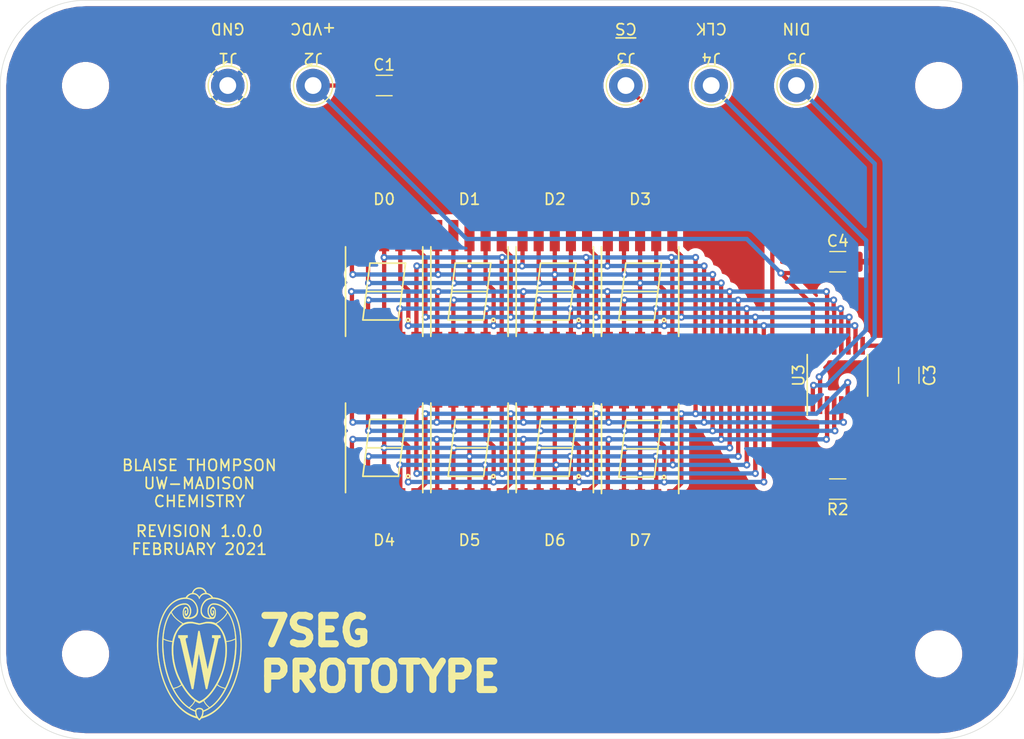
<source format=kicad_pcb>
(kicad_pcb (version 20171130) (host pcbnew 5.1.8+dfsg1-1+b1)
  (title_block (title "7seg Prototype") (date 2021-02-03) (rev 1.0.0) (company "University of Wisconsin-Madison") (comment 1 "Department of Chemistry") (comment 2 "Instrument Shop") (comment 3 "Blaise Thompson") (comment 4 blaise.thompson@wisc.edu))
  (layers (0 F.Cu signal) (31 B.Cu signal) (34 B.Paste user) (35 F.Paste user) (36 B.SilkS user) (37 F.SilkS user) (38 B.Mask user) (39 F.Mask user) (44 Edge.Cuts user))
  (net 0 "")
  (net 1 GND)
  (net 2 +VDC)
  (net 3 "Net-(C3-Pad1)")
  (net 4 "Net-(R2-Pad1)")
  (net 5 "Net-(J3-Pad1)")
  (net 6 /SEG4)
  (net 7 /SEG5)
  (net 8 /SEG6)
  (net 9 /SEG7)
  (net 10 /SEG8)
  (net 11 /SEG0)
  (net 12 /SEG1)
  (net 13 /SEG2)
  (net 14 /SEG3)
  (net 15 "Net-(J4-Pad1)")
  (net 16 "Net-(J5-Pad1)")
  (module Package_SO:QSOP-16_3.9x4.9mm_P0.635mm (layer F.Cu) (at 130.683 89.408 90)
    (fp_text reference U3 (at 0 -3.5 90) (layer F.SilkS))
    (fp_text value MAX6951)
    (pad 16 smd rect (at 2.6543 -2.2225 90) (size 1.6 0.41) (layers F.Cu F.Paste F.Mask) (net 2 +VDC))
    (pad 15 smd rect (at 2.6543 -1.5875 90) (size 1.6 0.41) (layers F.Cu F.Paste F.Mask) (net 5 "Net-(J3-Pad1)"))
    (pad 14 smd rect (at 2.6543 -0.9525 90) (size 1.6 0.41) (layers F.Cu F.Paste F.Mask) (net 6 /SEG4))
    (pad 13 smd rect (at 2.6543 -0.3175 90) (size 1.6 0.41) (layers F.Cu F.Paste F.Mask) (net 7 /SEG5))
    (pad 12 smd rect (at 2.6543 0.3175 90) (size 1.6 0.41) (layers F.Cu F.Paste F.Mask) (net 8 /SEG6))
    (pad 11 smd rect (at 2.6543 0.9525 90) (size 1.6 0.41) (layers F.Cu F.Paste F.Mask) (net 9 /SEG7))
    (pad 10 smd rect (at 2.6543 1.5875 90) (size 1.6 0.41) (layers F.Cu F.Paste F.Mask) (net 10 /SEG8))
    (pad 9 smd rect (at 2.6543 2.2225 90) (size 1.6 0.41) (layers F.Cu F.Paste F.Mask) (net 3 "Net-(C3-Pad1)"))
    (pad 8 smd rect (at -2.6543 2.2225 90) (size 1.6 0.41) (layers F.Cu F.Paste F.Mask) (net 1 GND))
    (pad 7 smd rect (at -2.6543 1.5875 90) (size 1.6 0.41) (layers F.Cu F.Paste F.Mask) (net 4 "Net-(R2-Pad1)"))
    (pad 6 smd rect (at -2.6543 0.9525 90) (size 1.6 0.41) (layers F.Cu F.Paste F.Mask) (net 11 /SEG0))
    (pad 5 smd rect (at -2.6543 0.3175 90) (size 1.6 0.41) (layers F.Cu F.Paste F.Mask) (net 12 /SEG1))
    (pad 4 smd rect (at -2.6543 -0.3175 90) (size 1.6 0.41) (layers F.Cu F.Paste F.Mask) (net 13 /SEG2))
    (pad 3 smd rect (at -2.6543 -0.9525 90) (size 1.6 0.41) (layers F.Cu F.Paste F.Mask) (net 14 /SEG3))
    (pad 2 smd rect (at -2.6543 -1.5875 90) (size 1.6 0.41) (layers F.Cu F.Paste F.Mask) (net 15 "Net-(J4-Pad1)"))
    (pad 1 smd rect (at -2.6543 -2.2225 90) (size 1.6 0.41) (layers F.Cu F.Paste F.Mask) (net 16 "Net-(J5-Pad1)"))
  )
  (module footprints:ACSC02-41SURKWA-F01 (layer F.Cu) (at 105.41 81.915)
    (fp_text reference D2 (at 0 -8.255) (layer F.SilkS))
    (fp_text value ACSC02-41SURKWA-F01)
    (pad 10 smd rect (at -2.88 -5) (size 0.9 2.8) (layers F.Cu F.Paste F.Mask) (net 12 /SEG1))
    (pad 9 smd rect (at -1.44 -5) (size 0.9 2.8) (layers F.Cu F.Paste F.Mask) (net 14 /SEG3))
    (pad 8 smd rect (at 0 -5) (size 0.9 2.8) (layers F.Cu F.Paste F.Mask) (net 13 /SEG2))
    (pad 7 smd rect (at 1.44 -5) (size 0.9 2.8) (layers F.Cu F.Paste F.Mask) (net 10 /SEG8))
    (pad 6 smd rect (at 2.88 -5) (size 0.9 2.8) (layers F.Cu F.Paste F.Mask) (net 9 /SEG7))
    (pad 5 smd rect (at 2.88 5) (size 0.9 2.8) (layers F.Cu F.Paste F.Mask) (net 11 /SEG0))
    (pad 4 smd rect (at 1.44 5) (size 0.9 2.8) (layers F.Cu F.Paste F.Mask) (net 8 /SEG6))
    (pad 3 smd rect (at 0 5) (size 0.9 2.8) (layers F.Cu F.Paste F.Mask) (net 13 /SEG2))
    (pad 2 smd rect (at -1.44 5) (size 0.9 2.8) (layers F.Cu F.Paste F.Mask) (net 7 /SEG5))
    (pad 1 smd rect (at -2.88 5) (size 0.9 2.8) (layers F.Cu F.Paste F.Mask) (net 6 /SEG4))
  )
  (module TestPoint:TestPoint_THTPad_D3.0mm_Drill1.5mm (layer F.Cu) (at 127 63.5)
    (fp_text reference J5 (at 0 -2.398 180 unlocked) (layer F.SilkS))
    (fp_text value DIN)
    (pad 1 thru_hole circle (at 0 0) (size 3 3) (drill 1.5) (layers *.Cu *.Mask) (net 16 "Net-(J5-Pad1)"))
  )
  (module TestPoint:TestPoint_THTPad_D3.0mm_Drill1.5mm (layer F.Cu) (at 119.38 63.5)
    (fp_text reference J4 (at 0 -2.398 180 unlocked) (layer F.SilkS))
    (fp_text value CLK)
    (pad 1 thru_hole circle (at 0 0) (size 3 3) (drill 1.5) (layers *.Cu *.Mask) (net 15 "Net-(J4-Pad1)"))
  )
  (module TestPoint:TestPoint_THTPad_D3.0mm_Drill1.5mm (layer F.Cu) (at 111.76 63.5)
    (fp_text reference J3 (at 0 -2.398 180 unlocked) (layer F.SilkS))
    (fp_text value ~CS~)
    (pad 1 thru_hole circle (at 0 0) (size 3 3) (drill 1.5) (layers *.Cu *.Mask) (net 5 "Net-(J3-Pad1)"))
  )
  (module TestPoint:TestPoint_THTPad_D3.0mm_Drill1.5mm (layer F.Cu) (at 83.82 63.5)
    (fp_text reference J2 (at 0 -2.398 180 unlocked) (layer F.SilkS))
    (fp_text value V+)
    (pad 1 thru_hole circle (at 0 0) (size 3 3) (drill 1.5) (layers *.Cu *.Mask) (net 2 +VDC))
  )
  (module TestPoint:TestPoint_THTPad_D3.0mm_Drill1.5mm (layer F.Cu) (at 76.2 63.5)
    (fp_text reference J1 (at 0 -2.398 180 unlocked) (layer F.SilkS))
    (fp_text value GND)
    (pad 1 thru_hole circle (at 0 0) (size 3 3) (drill 1.5) (layers *.Cu *.Mask) (net 1 GND))
  )
  (module footprints:ACSC02-41SURKWA-F01 (layer F.Cu) (at 113.03 95.965)
    (fp_text reference D7 (at 0 8.175) (layer F.SilkS))
    (fp_text value ACSC02-41SURKWA-F01)
    (pad 10 smd rect (at -2.88 -5) (size 0.9 2.8) (layers F.Cu F.Paste F.Mask) (net 12 /SEG1))
    (pad 9 smd rect (at -1.44 -5) (size 0.9 2.8) (layers F.Cu F.Paste F.Mask) (net 13 /SEG2))
    (pad 8 smd rect (at 0 -5) (size 0.9 2.8) (layers F.Cu F.Paste F.Mask) (net 9 /SEG7))
    (pad 7 smd rect (at 1.44 -5) (size 0.9 2.8) (layers F.Cu F.Paste F.Mask) (net 10 /SEG8))
    (pad 6 smd rect (at 2.88 -5) (size 0.9 2.8) (layers F.Cu F.Paste F.Mask) (net 8 /SEG6))
    (pad 5 smd rect (at 2.88 5) (size 0.9 2.8) (layers F.Cu F.Paste F.Mask) (net 11 /SEG0))
    (pad 4 smd rect (at 1.44 5) (size 0.9 2.8) (layers F.Cu F.Paste F.Mask) (net 7 /SEG5))
    (pad 3 smd rect (at 0 5) (size 0.9 2.8) (layers F.Cu F.Paste F.Mask) (net 9 /SEG7))
    (pad 2 smd rect (at -1.44 5) (size 0.9 2.8) (layers F.Cu F.Paste F.Mask) (net 6 /SEG4))
    (pad 1 smd rect (at -2.88 5) (size 0.9 2.8) (layers F.Cu F.Paste F.Mask) (net 14 /SEG3))
  )
  (module footprints:ACSC02-41SURKWA-F01 (layer F.Cu) (at 105.41 95.885)
    (fp_text reference D6 (at 0 8.255) (layer F.SilkS))
    (fp_text value ACSC02-41SURKWA-F01)
    (pad 10 smd rect (at -2.88 -5) (size 0.9 2.8) (layers F.Cu F.Paste F.Mask) (net 12 /SEG1))
    (pad 9 smd rect (at -1.44 -5) (size 0.9 2.8) (layers F.Cu F.Paste F.Mask) (net 13 /SEG2))
    (pad 8 smd rect (at 0 -5) (size 0.9 2.8) (layers F.Cu F.Paste F.Mask) (net 8 /SEG6))
    (pad 7 smd rect (at 1.44 -5) (size 0.9 2.8) (layers F.Cu F.Paste F.Mask) (net 10 /SEG8))
    (pad 6 smd rect (at 2.88 -5) (size 0.9 2.8) (layers F.Cu F.Paste F.Mask) (net 9 /SEG7))
    (pad 5 smd rect (at 2.88 5) (size 0.9 2.8) (layers F.Cu F.Paste F.Mask) (net 11 /SEG0))
    (pad 4 smd rect (at 1.44 5) (size 0.9 2.8) (layers F.Cu F.Paste F.Mask) (net 7 /SEG5))
    (pad 3 smd rect (at 0 5) (size 0.9 2.8) (layers F.Cu F.Paste F.Mask) (net 8 /SEG6))
    (pad 2 smd rect (at -1.44 5) (size 0.9 2.8) (layers F.Cu F.Paste F.Mask) (net 6 /SEG4))
    (pad 1 smd rect (at -2.88 5) (size 0.9 2.8) (layers F.Cu F.Paste F.Mask) (net 14 /SEG3))
  )
  (module footprints:ACSC02-41SURKWA-F01 (layer F.Cu) (at 97.79 95.885)
    (fp_text reference D5 (at 0 8.255) (layer F.SilkS))
    (fp_text value ACSC02-41SURKWA-F01)
    (pad 10 smd rect (at -2.88 -5) (size 0.9 2.8) (layers F.Cu F.Paste F.Mask) (net 12 /SEG1))
    (pad 9 smd rect (at -1.44 -5) (size 0.9 2.8) (layers F.Cu F.Paste F.Mask) (net 13 /SEG2))
    (pad 8 smd rect (at 0 -5) (size 0.9 2.8) (layers F.Cu F.Paste F.Mask) (net 7 /SEG5))
    (pad 7 smd rect (at 1.44 -5) (size 0.9 2.8) (layers F.Cu F.Paste F.Mask) (net 10 /SEG8))
    (pad 6 smd rect (at 2.88 -5) (size 0.9 2.8) (layers F.Cu F.Paste F.Mask) (net 9 /SEG7))
    (pad 5 smd rect (at 2.88 5) (size 0.9 2.8) (layers F.Cu F.Paste F.Mask) (net 11 /SEG0))
    (pad 4 smd rect (at 1.44 5) (size 0.9 2.8) (layers F.Cu F.Paste F.Mask) (net 8 /SEG6))
    (pad 3 smd rect (at 0 5) (size 0.9 2.8) (layers F.Cu F.Paste F.Mask) (net 7 /SEG5))
    (pad 2 smd rect (at -1.44 5) (size 0.9 2.8) (layers F.Cu F.Paste F.Mask) (net 6 /SEG4))
    (pad 1 smd rect (at -2.88 5) (size 0.9 2.8) (layers F.Cu F.Paste F.Mask) (net 14 /SEG3))
  )
  (module footprints:ACSC02-41SURKWA-F01 (layer F.Cu) (at 90.17 95.885)
    (fp_text reference D4 (at 0 8.255) (layer F.SilkS))
    (fp_text value ACSC02-41SURKWA-F01)
    (pad 10 smd rect (at -2.88 -5) (size 0.9 2.8) (layers F.Cu F.Paste F.Mask) (net 12 /SEG1))
    (pad 9 smd rect (at -1.44 -5) (size 0.9 2.8) (layers F.Cu F.Paste F.Mask) (net 13 /SEG2))
    (pad 8 smd rect (at 0 -5) (size 0.9 2.8) (layers F.Cu F.Paste F.Mask) (net 6 /SEG4))
    (pad 7 smd rect (at 1.44 -5) (size 0.9 2.8) (layers F.Cu F.Paste F.Mask) (net 10 /SEG8))
    (pad 6 smd rect (at 2.88 -5) (size 0.9 2.8) (layers F.Cu F.Paste F.Mask) (net 9 /SEG7))
    (pad 5 smd rect (at 2.88 5) (size 0.9 2.8) (layers F.Cu F.Paste F.Mask) (net 11 /SEG0))
    (pad 4 smd rect (at 1.44 5) (size 0.9 2.8) (layers F.Cu F.Paste F.Mask) (net 8 /SEG6))
    (pad 3 smd rect (at 0 5) (size 0.9 2.8) (layers F.Cu F.Paste F.Mask) (net 6 /SEG4))
    (pad 2 smd rect (at -1.44 5) (size 0.9 2.8) (layers F.Cu F.Paste F.Mask) (net 7 /SEG5))
    (pad 1 smd rect (at -2.88 5) (size 0.9 2.8) (layers F.Cu F.Paste F.Mask) (net 14 /SEG3))
  )
  (module footprints:ACSC02-41SURKWA-F01 (layer F.Cu) (at 113.03 81.915)
    (fp_text reference D3 (at 0 -8.255) (layer F.SilkS))
    (fp_text value ACSC02-41SURKWA-F01)
    (pad 10 smd rect (at -2.88 -5) (size 0.9 2.8) (layers F.Cu F.Paste F.Mask) (net 12 /SEG1))
    (pad 9 smd rect (at -1.44 -5) (size 0.9 2.8) (layers F.Cu F.Paste F.Mask) (net 13 /SEG2))
    (pad 8 smd rect (at 0 -5) (size 0.9 2.8) (layers F.Cu F.Paste F.Mask) (net 14 /SEG3))
    (pad 7 smd rect (at 1.44 -5) (size 0.9 2.8) (layers F.Cu F.Paste F.Mask) (net 10 /SEG8))
    (pad 6 smd rect (at 2.88 -5) (size 0.9 2.8) (layers F.Cu F.Paste F.Mask) (net 9 /SEG7))
    (pad 5 smd rect (at 2.88 5) (size 0.9 2.8) (layers F.Cu F.Paste F.Mask) (net 11 /SEG0))
    (pad 4 smd rect (at 1.44 5) (size 0.9 2.8) (layers F.Cu F.Paste F.Mask) (net 8 /SEG6))
    (pad 3 smd rect (at 0 5) (size 0.9 2.8) (layers F.Cu F.Paste F.Mask) (net 14 /SEG3))
    (pad 2 smd rect (at -1.44 5) (size 0.9 2.8) (layers F.Cu F.Paste F.Mask) (net 7 /SEG5))
    (pad 1 smd rect (at -2.88 5) (size 0.9 2.8) (layers F.Cu F.Paste F.Mask) (net 6 /SEG4))
  )
  (module footprints:ACSC02-41SURKWA-F01 (layer F.Cu) (at 97.79 81.915)
    (fp_text reference D1 (at 0 -8.255) (layer F.SilkS))
    (fp_text value ACSC02-41SURKWA-F01)
    (pad 10 smd rect (at -2.88 -5) (size 0.9 2.8) (layers F.Cu F.Paste F.Mask) (net 13 /SEG2))
    (pad 9 smd rect (at -1.44 -5) (size 0.9 2.8) (layers F.Cu F.Paste F.Mask) (net 14 /SEG3))
    (pad 8 smd rect (at 0 -5) (size 0.9 2.8) (layers F.Cu F.Paste F.Mask) (net 12 /SEG1))
    (pad 7 smd rect (at 1.44 -5) (size 0.9 2.8) (layers F.Cu F.Paste F.Mask) (net 10 /SEG8))
    (pad 6 smd rect (at 2.88 -5) (size 0.9 2.8) (layers F.Cu F.Paste F.Mask) (net 9 /SEG7))
    (pad 5 smd rect (at 2.88 5) (size 0.9 2.8) (layers F.Cu F.Paste F.Mask) (net 11 /SEG0))
    (pad 4 smd rect (at 1.44 5) (size 0.9 2.8) (layers F.Cu F.Paste F.Mask) (net 8 /SEG6))
    (pad 3 smd rect (at 0 5) (size 0.9 2.8) (layers F.Cu F.Paste F.Mask) (net 12 /SEG1))
    (pad 2 smd rect (at -1.44 5) (size 0.9 2.8) (layers F.Cu F.Paste F.Mask) (net 7 /SEG5))
    (pad 1 smd rect (at -2.88 5) (size 0.9 2.8) (layers F.Cu F.Paste F.Mask) (net 6 /SEG4))
  )
  (module footprints:ACSC02-41SURKWA-F01 (layer F.Cu) (at 90.17 81.915)
    (fp_text reference D0 (at 0 -8.255) (layer F.SilkS))
    (fp_text value ACSC02-41SURKWA-F01)
    (pad 10 smd rect (at -2.88 -5) (size 0.9 2.8) (layers F.Cu F.Paste F.Mask) (net 13 /SEG2))
    (pad 9 smd rect (at -1.44 -5) (size 0.9 2.8) (layers F.Cu F.Paste F.Mask) (net 14 /SEG3))
    (pad 8 smd rect (at 0 -5) (size 0.9 2.8) (layers F.Cu F.Paste F.Mask) (net 11 /SEG0))
    (pad 7 smd rect (at 1.44 -5) (size 0.9 2.8) (layers F.Cu F.Paste F.Mask) (net 10 /SEG8))
    (pad 6 smd rect (at 2.88 -5) (size 0.9 2.8) (layers F.Cu F.Paste F.Mask) (net 9 /SEG7))
    (pad 5 smd rect (at 2.88 5) (size 0.9 2.8) (layers F.Cu F.Paste F.Mask) (net 12 /SEG1))
    (pad 4 smd rect (at 1.44 5) (size 0.9 2.8) (layers F.Cu F.Paste F.Mask) (net 8 /SEG6))
    (pad 3 smd rect (at 0 5) (size 0.9 2.8) (layers F.Cu F.Paste F.Mask) (net 11 /SEG0))
    (pad 2 smd rect (at -1.44 5) (size 0.9 2.8) (layers F.Cu F.Paste F.Mask) (net 7 /SEG5))
    (pad 1 smd rect (at -2.88 5) (size 0.9 2.8) (layers F.Cu F.Paste F.Mask) (net 6 /SEG4))
  )
  (module Capacitor_SMD:C_1206_3216Metric_Pad1.33x1.80mm_HandSolder (layer F.Cu) (at 90.17 63.5)
    (fp_text reference C1 (at 0 -1.85) (layer F.SilkS))
    (fp_text value 100u)
    (pad 2 smd roundrect (at 1.5625 0) (size 1.325 1.8) (layers F.Cu F.Paste F.Mask) (roundrect_rratio 0.1886784905660377) (net 1 GND))
    (pad 1 smd roundrect (at -1.5625 0) (size 1.325 1.8) (layers F.Cu F.Paste F.Mask) (roundrect_rratio 0.1886784905660377) (net 2 +VDC))
  )
  (module Resistor_SMD:R_1206_3216Metric_Pad1.30x1.75mm_HandSolder (layer F.Cu) (at 130.683 99.568 180)
    (fp_text reference R2 (at 0 -1.82) (layer F.SilkS))
    (fp_text value R_US)
    (pad 2 smd roundrect (at 1.55 0 180) (size 1.3 1.75) (layers F.Cu F.Paste F.Mask) (roundrect_rratio 0.1923076923076923) (net 1 GND))
    (pad 1 smd roundrect (at -1.55 0 180) (size 1.3 1.75) (layers F.Cu F.Paste F.Mask) (roundrect_rratio 0.1923076923076923) (net 4 "Net-(R2-Pad1)"))
  )
  (module Capacitor_SMD:C_1206_3216Metric_Pad1.33x1.80mm_HandSolder (layer F.Cu) (at 130.683 79.248)
    (fp_text reference C4 (at 0 -1.85) (layer F.SilkS))
    (fp_text value 100n)
    (pad 2 smd roundrect (at 1.5625 0) (size 1.325 1.8) (layers F.Cu F.Paste F.Mask) (roundrect_rratio 0.1886784905660377) (net 1 GND))
    (pad 1 smd roundrect (at -1.5625 0) (size 1.325 1.8) (layers F.Cu F.Paste F.Mask) (roundrect_rratio 0.1886784905660377) (net 2 +VDC))
  )
  (module Capacitor_SMD:C_1206_3216Metric_Pad1.33x1.80mm_HandSolder (layer F.Cu) (at 137.033 89.408 270)
    (fp_text reference C3 (at 0 -1.85 90) (layer F.SilkS))
    (fp_text value C)
    (pad 2 smd roundrect (at 1.5625 0 270) (size 1.325 1.8) (layers F.Cu F.Paste F.Mask) (roundrect_rratio 0.1886784905660377) (net 1 GND))
    (pad 1 smd roundrect (at -1.5625 0 270) (size 1.325 1.8) (layers F.Cu F.Paste F.Mask) (roundrect_rratio 0.1886784905660377) (net 3 "Net-(C3-Pad1)"))
  )
  (module MountingHole:MountingHole_3.2mm_M3 (layer F.Cu) (at 63.5 114.3)
    (fp_text reference REF** hide)
    (fp_text value MountingHole_3.2mm_M3 hide)
    (pad 1 np_thru_hole circle (at 0 0) (size 3.2 3.2) (drill 3.2) (layers *.Cu *.Mask))
  )
  (module MountingHole:MountingHole_3.2mm_M3 (layer F.Cu) (at 139.7 114.3)
    (fp_text reference REF** hide)
    (fp_text value MountingHole_3.2mm_M3 hide)
    (pad 1 np_thru_hole circle (at 0 0) (size 3.2 3.2) (drill 3.2) (layers *.Cu *.Mask))
  )
  (module MountingHole:MountingHole_3.2mm_M3 (layer F.Cu) (at 63.5 63.5)
    (fp_text reference REF** hide)
    (fp_text value MountingHole_3.2mm_M3 hide)
    (pad 1 np_thru_hole circle (at 0 0) (size 3.2 3.2) (drill 3.2) (layers *.Cu *.Mask))
  )
  (module MountingHole:MountingHole_3.2mm_M3 (layer F.Cu) (at 139.7 63.5)
    (fp_text reference REF** hide)
    (fp_text value MountingHole_3.2mm_M3 hide)
    (pad 1 np_thru_hole circle (at 0 0) (size 3.2 3.2) (drill 3.2) (layers *.Cu *.Mask))
  )
  (module footprints:logo (layer F.Cu) (at 73.66 114.3)
    (fp_text reference G*** hide)
    (fp_text value LOGO hide)
  )
  (gr_text "REVISION 1.0.0\nFEBRUARY 2021" (at 73.66 104.14) (layer F.SilkS) (effects (font (size 1 1))))
  (gr_text "BLAISE THOMPSON\nUW-MADISON\nCHEMISTRY" (at 73.66 99.06) (layer F.SilkS) (effects (font (size 1 1))))
  (gr_text DIN (at 127 58.42 180) (layer F.SilkS) (effects (font (size 1 1))))
  (gr_text CLK (at 119.38 58.42 180) (layer F.SilkS) (effects (font (size 1 1))))
  (gr_text ~CS~ (at 111.76 58.42 180) (layer F.SilkS) (effects (font (size 1 1))))
  (gr_text +VDC (at 83.82 58.42 180) (layer F.SilkS) (effects (font (size 1 1))))
  (gr_text GND (at 76.2 58.42 180) (layer F.SilkS) (effects (font (size 1 1))))
  (gr_text "7SEG\nPROTOTYPE" (at 78.74 114.3) (layer F.SilkS) (effects (font (size 2.54 2.54) (thickness 0.635)) (justify left)))
  (gr_line (start 63.5 121.92) (end 139.7 121.92) (layer Edge.Cuts) (width 0.05))
  (gr_line (start 55.88 63.5) (end 55.88 114.3) (layer Edge.Cuts) (width 0.05))
  (gr_line (start 139.7 55.88) (end 63.5 55.88) (layer Edge.Cuts) (width 0.05))
  (gr_line (start 147.32 63.5) (end 147.32 114.3) (layer Edge.Cuts) (width 0.05))
  (gr_arc (start 139.7 114.3) (end 139.7 121.92) (angle -90) (layer Edge.Cuts) (width 0.05))
  (gr_arc (start 63.5 114.3) (end 55.88 114.3) (angle -90) (layer Edge.Cuts) (width 0.05))
  (gr_arc (start 63.5 63.5) (end 63.5 55.88) (angle -90) (layer Edge.Cuts) (width 0.05))
  (gr_arc (start 139.7 63.5) (end 147.32 63.5) (angle -90) (layer Edge.Cuts) (width 0.05))
  (segment (start 137.033 90.9705) (end 135.3435 90.9705) (width 0.381) (layer F.Cu) (net 1))
  (segment (start 134.2517 92.0623) (end 132.9055 92.0623) (width 0.381) (layer F.Cu) (net 1))
  (segment (start 135.3435 90.9705) (end 134.2517 92.0623) (width 0.381) (layer F.Cu) (net 1))
  (segment (start 115.91 99.863) (end 116.713 99.06) (width 0.381) (layer F.Cu) (net 11))
  (segment (start 116.713 99.06) (end 116.713 92.837) (width 0.381) (layer F.Cu) (net 11))
  (via (at 116.713 92.837) (size 0.635) (drill 0.3) (layers F.Cu B.Cu) (net 11))
  (via (at 115.189 98.933) (size 0.635) (drill 0.3) (layers F.Cu B.Cu) (net 10))
  (via (at 107.569 98.933) (size 0.635) (drill 0.3) (layers F.Cu B.Cu) (net 10))
  (via (at 99.949 98.933) (size 0.635) (drill 0.3) (layers F.Cu B.Cu) (net 10))
  (segment (start 109.093 99.06) (end 109.093 92.837) (width 0.381) (layer F.Cu) (net 11))
  (segment (start 108.29 99.863) (end 109.093 99.06) (width 0.381) (layer F.Cu) (net 11))
  (via (at 109.093 92.837) (size 0.635) (drill 0.3) (layers F.Cu B.Cu) (net 11))
  (segment (start 101.473 99.06) (end 101.473 92.837) (width 0.381) (layer F.Cu) (net 11))
  (segment (start 100.67 99.863) (end 101.473 99.06) (width 0.381) (layer F.Cu) (net 11))
  (via (at 101.473 92.837) (size 0.635) (drill 0.3) (layers F.Cu B.Cu) (net 11))
  (segment (start 114.47 90.885) (end 114.47 95.039) (width 0.381) (layer F.Cu) (net 10))
  (segment (start 115.189 95.758) (end 115.189 98.933) (width 0.381) (layer F.Cu) (net 10))
  (segment (start 114.47 95.039) (end 115.189 95.758) (width 0.381) (layer F.Cu) (net 10))
  (segment (start 106.85 90.885) (end 106.85 95.039) (width 0.381) (layer F.Cu) (net 10))
  (segment (start 107.569 95.758) (end 107.569 98.933) (width 0.381) (layer F.Cu) (net 10))
  (segment (start 106.85 95.039) (end 107.569 95.758) (width 0.381) (layer F.Cu) (net 10))
  (segment (start 92.329 95.758) (end 92.329 98.933) (width 0.381) (layer F.Cu) (net 10))
  (segment (start 91.61 90.885) (end 91.61 95.039) (width 0.381) (layer F.Cu) (net 10))
  (segment (start 91.61 95.039) (end 92.329 95.758) (width 0.381) (layer F.Cu) (net 10))
  (segment (start 116.713 78.74) (end 116.713 84.201) (width 0.381) (layer F.Cu) (net 9))
  (segment (start 115.91 77.937) (end 116.713 78.74) (width 0.381) (layer F.Cu) (net 9))
  (via (at 116.713 84.201) (size 0.635) (drill 0.3) (layers F.Cu B.Cu) (net 9))
  (segment (start 109.093 78.74) (end 109.093 84.201) (width 0.381) (layer F.Cu) (net 9))
  (segment (start 108.29 77.937) (end 109.093 78.74) (width 0.381) (layer F.Cu) (net 9))
  (via (at 109.093 84.201) (size 0.635) (drill 0.3) (layers F.Cu B.Cu) (net 9))
  (via (at 115.189 84.963) (size 0.635) (drill 0.3) (layers F.Cu B.Cu) (net 10))
  (segment (start 115.189 81.788) (end 115.189 84.963) (width 0.381) (layer F.Cu) (net 10))
  (segment (start 114.47 76.915) (end 114.47 81.069) (width 0.381) (layer F.Cu) (net 10))
  (segment (start 114.47 81.069) (end 115.189 81.788) (width 0.381) (layer F.Cu) (net 10))
  (via (at 107.569 84.963) (size 0.635) (drill 0.3) (layers F.Cu B.Cu) (net 10))
  (segment (start 107.569 81.788) (end 107.569 84.963) (width 0.381) (layer F.Cu) (net 10))
  (segment (start 106.85 76.915) (end 106.85 81.069) (width 0.381) (layer F.Cu) (net 10))
  (segment (start 106.85 81.069) (end 107.569 81.788) (width 0.381) (layer F.Cu) (net 10))
  (via (at 99.949 84.963) (size 0.635) (drill 0.3) (layers F.Cu B.Cu) (net 10))
  (segment (start 99.949 81.788) (end 99.949 84.963) (width 0.381) (layer F.Cu) (net 10))
  (segment (start 99.23 76.915) (end 99.23 81.069) (width 0.381) (layer F.Cu) (net 10))
  (segment (start 99.23 81.069) (end 99.949 81.788) (width 0.381) (layer F.Cu) (net 10))
  (segment (start 88.6075 63.5) (end 83.82 63.5) (width 0.381) (layer F.Cu) (net 2))
  (via (at 125.603 80.264) (size 0.635) (drill 0.3) (layers F.Cu B.Cu) (net 2))
  (segment (start 128.4605 83.1215) (end 125.603 80.264) (width 0.381) (layer F.Cu) (net 2))
  (segment (start 128.4605 86.7537) (end 128.4605 83.1215) (width 0.381) (layer F.Cu) (net 2))
  (segment (start 128.1045 80.264) (end 129.1205 79.248) (width 0.381) (layer F.Cu) (net 2))
  (segment (start 125.603 80.264) (end 128.1045 80.264) (width 0.381) (layer F.Cu) (net 2))
  (segment (start 122.555 77.216) (end 125.603 80.264) (width 0.381) (layer B.Cu) (net 2))
  (segment (start 97.536 77.216) (end 122.555 77.216) (width 0.381) (layer B.Cu) (net 2))
  (segment (start 83.82 63.5) (end 97.536 77.216) (width 0.381) (layer B.Cu) (net 2))
  (segment (start 135.9412 86.7537) (end 137.033 87.8455) (width 0.381) (layer F.Cu) (net 3))
  (segment (start 132.9055 86.7537) (end 135.9412 86.7537) (width 0.381) (layer F.Cu) (net 3))
  (segment (start 132.2705 99.5305) (end 132.233 99.568) (width 0.381) (layer F.Cu) (net 4))
  (segment (start 132.2705 92.0623) (end 132.2705 99.5305) (width 0.381) (layer F.Cu) (net 4))
  (segment (start 129.0955 87.9475) (end 129.0955 86.7537) (width 0.381) (layer F.Cu) (net 5))
  (segment (start 125.603 88.138) (end 128.905 88.138) (width 0.381) (layer F.Cu) (net 5))
  (segment (start 124.841 87.376) (end 125.603 88.138) (width 0.381) (layer F.Cu) (net 5))
  (segment (start 124.841 76.581) (end 124.841 87.376) (width 0.381) (layer F.Cu) (net 5))
  (segment (start 128.905 88.138) (end 129.0955 87.9475) (width 0.381) (layer F.Cu) (net 5))
  (segment (start 111.76 63.5) (end 124.841 76.581) (width 0.381) (layer F.Cu) (net 5))
  (via (at 87.249 81.915) (size 0.635) (drill 0.3) (layers F.Cu B.Cu) (net 6))
  (segment (start 87.29 86.915) (end 87.29 81.956) (width 0.381) (layer F.Cu) (net 6))
  (segment (start 87.29 81.956) (end 87.249 81.915) (width 0.381) (layer F.Cu) (net 6))
  (via (at 94.996 81.915) (size 0.635) (drill 0.3) (layers F.Cu B.Cu) (net 6))
  (segment (start 94.91 82.001) (end 94.996 81.915) (width 0.381) (layer F.Cu) (net 6))
  (segment (start 94.91 86.915) (end 94.91 82.001) (width 0.381) (layer F.Cu) (net 6))
  (segment (start 94.996 81.915) (end 87.249 81.915) (width 0.381) (layer B.Cu) (net 6))
  (via (at 110.109 81.915) (size 0.635) (drill 0.3) (layers F.Cu B.Cu) (net 6))
  (segment (start 110.15 81.956) (end 110.109 81.915) (width 0.381) (layer F.Cu) (net 6))
  (segment (start 110.15 86.915) (end 110.15 81.956) (width 0.381) (layer F.Cu) (net 6))
  (via (at 102.616 81.915) (size 0.635) (drill 0.3) (layers F.Cu B.Cu) (net 6))
  (segment (start 102.53 82.001) (end 102.616 81.915) (width 0.381) (layer F.Cu) (net 6))
  (segment (start 102.53 86.915) (end 102.53 82.001) (width 0.381) (layer F.Cu) (net 6))
  (segment (start 102.616 81.915) (end 94.996 81.915) (width 0.381) (layer B.Cu) (net 6))
  (segment (start 110.109 81.915) (end 102.616 81.915) (width 0.381) (layer B.Cu) (net 6))
  (via (at 90.17 95.885) (size 0.635) (drill 0.3) (layers F.Cu B.Cu) (net 6))
  (segment (start 90.17 90.885) (end 90.17 95.885) (width 0.381) (layer F.Cu) (net 6))
  (via (at 104.013 95.885) (size 0.635) (drill 0.3) (layers F.Cu B.Cu) (net 6))
  (segment (start 103.97 95.928) (end 104.013 95.885) (width 0.381) (layer F.Cu) (net 6))
  (segment (start 103.97 100.885) (end 103.97 95.928) (width 0.381) (layer F.Cu) (net 6))
  (segment (start 90.17 100.885) (end 90.17 95.885) (width 0.381) (layer F.Cu) (net 6))
  (via (at 96.393 95.885) (size 0.635) (drill 0.3) (layers F.Cu B.Cu) (net 6))
  (segment (start 96.35 95.928) (end 96.393 95.885) (width 0.381) (layer F.Cu) (net 6))
  (segment (start 96.35 100.885) (end 96.35 95.928) (width 0.381) (layer F.Cu) (net 6))
  (segment (start 96.393 95.885) (end 90.17 95.885) (width 0.381) (layer B.Cu) (net 6))
  (segment (start 104.013 95.885) (end 96.393 95.885) (width 0.381) (layer B.Cu) (net 6))
  (via (at 111.633 95.885) (size 0.635) (drill 0.3) (layers F.Cu B.Cu) (net 6))
  (segment (start 111.59 95.928) (end 111.633 95.885) (width 0.381) (layer F.Cu) (net 6))
  (segment (start 111.59 100.965) (end 111.59 95.928) (width 0.381) (layer F.Cu) (net 6))
  (segment (start 111.633 95.885) (end 104.013 95.885) (width 0.381) (layer B.Cu) (net 6))
  (segment (start 116.84 81.915) (end 110.109 81.915) (width 0.381) (layer B.Cu) (net 6))
  (via (at 121.031 95.885) (size 0.635) (drill 0.3) (layers F.Cu B.Cu) (net 6))
  (segment (start 111.633 95.885) (end 121.031 95.885) (width 0.381) (layer B.Cu) (net 6))
  (via (at 121.031 81.915) (size 0.635) (drill 0.3) (layers F.Cu B.Cu) (net 6))
  (segment (start 121.031 95.885) (end 121.031 81.915) (width 0.381) (layer F.Cu) (net 6))
  (segment (start 121.031 81.915) (end 116.84 81.915) (width 0.381) (layer B.Cu) (net 6))
  (via (at 129.667 81.915) (size 0.635) (drill 0.3) (layers F.Cu B.Cu) (net 6))
  (segment (start 129.7305 81.9785) (end 129.667 81.915) (width 0.381) (layer F.Cu) (net 6))
  (segment (start 129.7305 86.7537) (end 129.7305 81.9785) (width 0.381) (layer F.Cu) (net 6))
  (segment (start 129.667 81.915) (end 121.031 81.915) (width 0.381) (layer B.Cu) (net 6))
  (via (at 88.773 82.677) (size 0.635) (drill 0.3) (layers F.Cu B.Cu) (net 7))
  (segment (start 88.73 82.72) (end 88.773 82.677) (width 0.381) (layer F.Cu) (net 7))
  (segment (start 88.73 86.915) (end 88.73 82.72) (width 0.381) (layer F.Cu) (net 7))
  (segment (start 96.35 82.72) (end 96.393 82.677) (width 0.381) (layer F.Cu) (net 7))
  (segment (start 96.35 86.915) (end 96.35 82.72) (width 0.381) (layer F.Cu) (net 7))
  (via (at 96.393 82.677) (size 0.635) (drill 0.3) (layers F.Cu B.Cu) (net 7))
  (segment (start 88.773 82.677) (end 96.393 82.677) (width 0.381) (layer B.Cu) (net 7))
  (via (at 111.633 82.677) (size 0.635) (drill 0.3) (layers F.Cu B.Cu) (net 7))
  (segment (start 111.59 82.72) (end 111.633 82.677) (width 0.381) (layer F.Cu) (net 7))
  (segment (start 111.59 86.915) (end 111.59 82.72) (width 0.381) (layer F.Cu) (net 7))
  (via (at 104.013 82.677) (size 0.635) (drill 0.3) (layers F.Cu B.Cu) (net 7))
  (segment (start 103.97 82.72) (end 104.013 82.677) (width 0.381) (layer F.Cu) (net 7))
  (segment (start 103.97 86.915) (end 103.97 82.72) (width 0.381) (layer F.Cu) (net 7))
  (segment (start 96.393 82.677) (end 104.013 82.677) (width 0.381) (layer B.Cu) (net 7))
  (via (at 106.807 96.647) (size 0.635) (drill 0.3) (layers F.Cu B.Cu) (net 7))
  (segment (start 106.85 100.885) (end 106.85 96.69) (width 0.381) (layer F.Cu) (net 7))
  (segment (start 106.85 96.69) (end 106.807 96.647) (width 0.381) (layer F.Cu) (net 7))
  (segment (start 114.47 96.69) (end 114.427 96.647) (width 0.381) (layer F.Cu) (net 7))
  (via (at 114.427 96.647) (size 0.635) (drill 0.3) (layers F.Cu B.Cu) (net 7))
  (segment (start 114.47 100.965) (end 114.47 96.69) (width 0.381) (layer F.Cu) (net 7))
  (segment (start 106.807 96.647) (end 114.427 96.647) (width 0.381) (layer B.Cu) (net 7))
  (via (at 97.79 96.647) (size 0.635) (drill 0.3) (layers F.Cu B.Cu) (net 7))
  (segment (start 97.79 100.885) (end 97.79 96.647) (width 0.381) (layer F.Cu) (net 7))
  (segment (start 97.79 96.647) (end 106.807 96.647) (width 0.381) (layer B.Cu) (net 7))
  (segment (start 97.79 90.885) (end 97.79 96.647) (width 0.381) (layer F.Cu) (net 7))
  (via (at 88.773 96.647) (size 0.635) (drill 0.3) (layers F.Cu B.Cu) (net 7))
  (segment (start 88.73 96.69) (end 88.773 96.647) (width 0.381) (layer F.Cu) (net 7))
  (segment (start 88.773 96.647) (end 97.79 96.647) (width 0.381) (layer B.Cu) (net 7))
  (segment (start 88.73 100.885) (end 88.73 96.69) (width 0.381) (layer F.Cu) (net 7))
  (segment (start 114.427 96.647) (end 116.459 96.647) (width 0.381) (layer B.Cu) (net 7))
  (segment (start 116.459 96.647) (end 116.84 96.647) (width 0.381) (layer B.Cu) (net 7))
  (via (at 121.793 96.647) (size 0.635) (drill 0.3) (layers F.Cu B.Cu) (net 7))
  (segment (start 116.84 96.647) (end 121.793 96.647) (width 0.381) (layer B.Cu) (net 7))
  (via (at 121.793 82.677) (size 0.635) (drill 0.3) (layers F.Cu B.Cu) (net 7))
  (segment (start 121.793 96.647) (end 121.793 82.677) (width 0.381) (layer F.Cu) (net 7))
  (segment (start 121.793 82.677) (end 111.379 82.677) (width 0.381) (layer B.Cu) (net 7))
  (segment (start 111.379 82.677) (end 111.633 82.677) (width 0.381) (layer B.Cu) (net 7))
  (segment (start 104.013 82.677) (end 111.379 82.677) (width 0.381) (layer B.Cu) (net 7))
  (via (at 130.3147 82.677) (size 0.635) (drill 0.3) (layers F.Cu B.Cu) (net 7))
  (segment (start 121.793 82.677) (end 130.3147 82.677) (width 0.381) (layer B.Cu) (net 7))
  (segment (start 130.3655 86.7537) (end 130.3655 83.6295) (width 0.381) (layer F.Cu) (net 7))
  (segment (start 130.3147 83.5787) (end 130.3147 82.677) (width 0.381) (layer F.Cu) (net 7))
  (segment (start 130.3655 83.6295) (end 130.3147 83.5787) (width 0.381) (layer F.Cu) (net 7))
  (via (at 91.567 83.439) (size 0.635) (drill 0.3) (layers F.Cu B.Cu) (net 8))
  (segment (start 91.61 86.915) (end 91.61 83.482) (width 0.381) (layer F.Cu) (net 8))
  (segment (start 91.61 83.482) (end 91.567 83.439) (width 0.381) (layer F.Cu) (net 8))
  (via (at 99.314 83.439) (size 0.635) (drill 0.3) (layers F.Cu B.Cu) (net 8))
  (segment (start 99.23 83.523) (end 99.314 83.439) (width 0.381) (layer F.Cu) (net 8))
  (segment (start 99.23 86.915) (end 99.23 83.523) (width 0.381) (layer F.Cu) (net 8))
  (segment (start 99.314 83.439) (end 91.567 83.439) (width 0.381) (layer B.Cu) (net 8))
  (via (at 106.807 83.439) (size 0.635) (drill 0.3) (layers F.Cu B.Cu) (net 8))
  (segment (start 106.85 83.482) (end 106.807 83.439) (width 0.381) (layer F.Cu) (net 8))
  (segment (start 106.85 86.915) (end 106.85 83.482) (width 0.381) (layer F.Cu) (net 8))
  (segment (start 106.807 83.439) (end 99.314 83.439) (width 0.381) (layer B.Cu) (net 8))
  (via (at 114.427 83.439) (size 0.635) (drill 0.3) (layers F.Cu B.Cu) (net 8))
  (segment (start 114.47 83.482) (end 114.427 83.439) (width 0.381) (layer F.Cu) (net 8))
  (segment (start 114.47 86.915) (end 114.47 83.482) (width 0.381) (layer F.Cu) (net 8))
  (segment (start 114.427 83.439) (end 106.807 83.439) (width 0.381) (layer B.Cu) (net 8))
  (segment (start 91.61 97.452) (end 91.567 97.409) (width 0.381) (layer F.Cu) (net 8))
  (segment (start 91.61 100.885) (end 91.61 97.452) (width 0.381) (layer F.Cu) (net 8))
  (via (at 91.567 97.409) (size 0.635) (drill 0.3) (layers F.Cu B.Cu) (net 8))
  (via (at 99.187 97.409) (size 0.635) (drill 0.3) (layers F.Cu B.Cu) (net 8))
  (segment (start 99.23 97.452) (end 99.187 97.409) (width 0.381) (layer F.Cu) (net 8))
  (segment (start 99.23 100.885) (end 99.23 97.452) (width 0.381) (layer F.Cu) (net 8))
  (segment (start 99.187 97.409) (end 91.567 97.409) (width 0.381) (layer B.Cu) (net 8))
  (via (at 105.537 97.409) (size 0.635) (drill 0.3) (layers F.Cu B.Cu) (net 8))
  (segment (start 105.41 97.536) (end 105.537 97.409) (width 0.381) (layer F.Cu) (net 8))
  (segment (start 105.41 100.885) (end 105.41 97.536) (width 0.381) (layer F.Cu) (net 8))
  (segment (start 105.537 97.409) (end 99.187 97.409) (width 0.381) (layer B.Cu) (net 8))
  (segment (start 105.41 97.282) (end 105.537 97.409) (width 0.381) (layer F.Cu) (net 8))
  (segment (start 105.41 90.885) (end 105.41 97.282) (width 0.381) (layer F.Cu) (net 8))
  (via (at 115.951 97.409) (size 0.635) (drill 0.3) (layers F.Cu B.Cu) (net 8))
  (segment (start 115.91 97.368) (end 115.951 97.409) (width 0.381) (layer F.Cu) (net 8))
  (segment (start 115.91 90.965) (end 115.91 97.368) (width 0.381) (layer F.Cu) (net 8))
  (segment (start 115.951 97.409) (end 105.537 97.409) (width 0.381) (layer B.Cu) (net 8))
  (segment (start 116.84 97.409) (end 115.951 97.409) (width 0.381) (layer B.Cu) (net 8))
  (via (at 122.555 97.409) (size 0.635) (drill 0.3) (layers F.Cu B.Cu) (net 8))
  (segment (start 116.84 97.409) (end 122.555 97.409) (width 0.381) (layer B.Cu) (net 8))
  (via (at 122.555 83.439) (size 0.635) (drill 0.3) (layers F.Cu B.Cu) (net 8))
  (segment (start 122.555 97.409) (end 122.555 83.439) (width 0.381) (layer F.Cu) (net 8))
  (segment (start 122.555 83.439) (end 114.427 83.439) (width 0.381) (layer B.Cu) (net 8))
  (via (at 130.937 83.439) (size 0.635) (drill 0.3) (layers F.Cu B.Cu) (net 8))
  (segment (start 131.0005 83.5025) (end 130.937 83.439) (width 0.381) (layer F.Cu) (net 8))
  (segment (start 131.0005 86.7537) (end 131.0005 83.5025) (width 0.381) (layer F.Cu) (net 8))
  (segment (start 130.937 83.439) (end 122.555 83.439) (width 0.381) (layer B.Cu) (net 8))
  (segment (start 93.05 76.915) (end 93.05 78.064) (width 0.381) (layer F.Cu) (net 9))
  (via (at 93.853 84.201) (size 0.635) (drill 0.3) (layers F.Cu B.Cu) (net 9))
  (segment (start 93.853 78.867) (end 93.853 84.201) (width 0.381) (layer F.Cu) (net 9))
  (segment (start 93.05 78.064) (end 93.853 78.867) (width 0.381) (layer F.Cu) (net 9))
  (segment (start 100.67 76.915) (end 100.67 77.937) (width 0.381) (layer F.Cu) (net 9))
  (via (at 101.473 84.201) (size 0.635) (drill 0.3) (layers F.Cu B.Cu) (net 9))
  (segment (start 100.67 77.937) (end 101.473 78.74) (width 0.381) (layer F.Cu) (net 9))
  (segment (start 101.473 84.201) (end 116.84 84.201) (width 0.381) (layer B.Cu) (net 9))
  (segment (start 101.473 78.74) (end 101.473 84.201) (width 0.381) (layer F.Cu) (net 9))
  (segment (start 93.853 84.201) (end 101.473 84.201) (width 0.381) (layer B.Cu) (net 9))
  (via (at 93.091 98.171) (size 0.635) (drill 0.3) (layers F.Cu B.Cu) (net 9))
  (segment (start 93.05 98.13) (end 93.091 98.171) (width 0.381) (layer F.Cu) (net 9))
  (segment (start 93.05 90.885) (end 93.05 98.13) (width 0.381) (layer F.Cu) (net 9))
  (via (at 113.03 98.171) (size 0.635) (drill 0.3) (layers F.Cu B.Cu) (net 9))
  (segment (start 113.03 98.171) (end 116.84 98.171) (width 0.381) (layer B.Cu) (net 9))
  (segment (start 113.03 90.965) (end 113.03 98.171) (width 0.381) (layer F.Cu) (net 9))
  (segment (start 113.03 100.965) (end 113.03 98.171) (width 0.381) (layer F.Cu) (net 9))
  (via (at 108.331 98.171) (size 0.635) (drill 0.3) (layers F.Cu B.Cu) (net 9))
  (segment (start 108.29 90.885) (end 108.29 98.13) (width 0.381) (layer F.Cu) (net 9))
  (segment (start 108.331 98.171) (end 113.03 98.171) (width 0.381) (layer B.Cu) (net 9))
  (segment (start 108.29 98.13) (end 108.331 98.171) (width 0.381) (layer F.Cu) (net 9))
  (via (at 123.317 98.171) (size 0.635) (drill 0.3) (layers F.Cu B.Cu) (net 9))
  (segment (start 116.84 98.171) (end 123.317 98.171) (width 0.381) (layer B.Cu) (net 9))
  (via (at 123.317 84.201) (size 0.635) (drill 0.3) (layers F.Cu B.Cu) (net 9))
  (segment (start 123.317 98.171) (end 123.317 84.201) (width 0.381) (layer F.Cu) (net 9))
  (segment (start 123.317 84.201) (end 116.713 84.201) (width 0.381) (layer B.Cu) (net 9))
  (via (at 131.699 84.201) (size 0.635) (drill 0.3) (layers F.Cu B.Cu) (net 9))
  (segment (start 123.317 84.201) (end 131.699 84.201) (width 0.381) (layer B.Cu) (net 9))
  (segment (start 131.622799 86.740999) (end 131.6355 86.7537) (width 0.381) (layer F.Cu) (net 9))
  (segment (start 131.622799 84.277201) (end 131.622799 86.740999) (width 0.381) (layer F.Cu) (net 9))
  (segment (start 131.699 84.201) (end 131.622799 84.277201) (width 0.381) (layer F.Cu) (net 9))
  (segment (start 100.67 98.13) (end 100.711 98.171) (width 0.381) (layer F.Cu) (net 9))
  (segment (start 100.67 90.885) (end 100.67 98.13) (width 0.381) (layer F.Cu) (net 9))
  (segment (start 100.711 98.171) (end 108.331 98.171) (width 0.381) (layer B.Cu) (net 9))
  (via (at 100.711 98.171) (size 0.635) (drill 0.3) (layers F.Cu B.Cu) (net 9))
  (segment (start 93.091 98.171) (end 100.711 98.171) (width 0.381) (layer B.Cu) (net 9))
  (segment (start 91.61 76.915) (end 91.61 81.069) (width 0.381) (layer F.Cu) (net 10))
  (via (at 92.329 84.963) (size 0.635) (drill 0.3) (layers F.Cu B.Cu) (net 10))
  (segment (start 92.329 81.788) (end 92.329 84.963) (width 0.381) (layer F.Cu) (net 10))
  (segment (start 91.61 81.069) (end 92.329 81.788) (width 0.381) (layer F.Cu) (net 10))
  (via (at 92.329 98.933) (size 0.635) (drill 0.3) (layers F.Cu B.Cu) (net 10))
  (segment (start 99.949 95.758) (end 99.949 98.933) (width 0.381) (layer F.Cu) (net 10))
  (segment (start 99.23 90.885) (end 99.23 95.039) (width 0.381) (layer F.Cu) (net 10))
  (segment (start 99.23 95.039) (end 99.949 95.758) (width 0.381) (layer F.Cu) (net 10))
  (segment (start 116.205 98.933) (end 92.329 98.933) (width 0.381) (layer B.Cu) (net 10))
  (segment (start 116.84 98.933) (end 116.205 98.933) (width 0.381) (layer B.Cu) (net 10))
  (via (at 124.079 98.933) (size 0.635) (drill 0.3) (layers F.Cu B.Cu) (net 10))
  (segment (start 116.84 98.933) (end 124.079 98.933) (width 0.381) (layer B.Cu) (net 10))
  (via (at 124.079 84.963) (size 0.635) (drill 0.3) (layers F.Cu B.Cu) (net 10))
  (segment (start 124.079 98.933) (end 124.079 84.963) (width 0.381) (layer F.Cu) (net 10))
  (segment (start 124.079 84.963) (end 115.189 84.963) (width 0.381) (layer B.Cu) (net 10))
  (segment (start 115.189 84.963) (end 92.329 84.963) (width 0.381) (layer B.Cu) (net 10))
  (via (at 132.207 84.963) (size 0.635) (drill 0.3) (layers F.Cu B.Cu) (net 10))
  (segment (start 132.2705 85.0265) (end 132.207 84.963) (width 0.381) (layer F.Cu) (net 10))
  (segment (start 132.2705 86.7537) (end 132.2705 85.0265) (width 0.381) (layer F.Cu) (net 10))
  (segment (start 132.207 84.963) (end 124.079 84.963) (width 0.381) (layer B.Cu) (net 10))
  (via (at 90.17 78.867) (size 0.635) (drill 0.3) (layers F.Cu B.Cu) (net 11))
  (segment (start 90.17 76.915) (end 90.17 78.867) (width 0.381) (layer F.Cu) (net 11))
  (segment (start 90.17 86.915) (end 90.17 78.867) (width 0.381) (layer F.Cu) (net 11))
  (via (at 100.711 78.867) (size 0.635) (drill 0.3) (layers F.Cu B.Cu) (net 11))
  (segment (start 100.67 78.908) (end 100.711 78.867) (width 0.381) (layer F.Cu) (net 11))
  (segment (start 100.67 86.915) (end 100.67 78.908) (width 0.381) (layer F.Cu) (net 11))
  (segment (start 100.711 78.867) (end 90.17 78.867) (width 0.381) (layer B.Cu) (net 11))
  (via (at 115.824 78.867) (size 0.635) (drill 0.3) (layers F.Cu B.Cu) (net 11))
  (segment (start 115.91 78.953) (end 115.824 78.867) (width 0.381) (layer F.Cu) (net 11))
  (segment (start 115.91 86.915) (end 115.91 78.953) (width 0.381) (layer F.Cu) (net 11))
  (segment (start 108.29 78.953) (end 108.204 78.867) (width 0.381) (layer F.Cu) (net 11))
  (segment (start 108.29 86.915) (end 108.29 78.953) (width 0.381) (layer F.Cu) (net 11))
  (via (at 108.204 78.867) (size 0.635) (drill 0.3) (layers F.Cu B.Cu) (net 11))
  (segment (start 108.204 78.867) (end 100.711 78.867) (width 0.381) (layer B.Cu) (net 11))
  (segment (start 115.824 78.867) (end 108.204 78.867) (width 0.381) (layer B.Cu) (net 11))
  (segment (start 93.05 100.885) (end 93.171 100.885) (width 0.381) (layer F.Cu) (net 11))
  (segment (start 93.05 100.885) (end 93.05 99.863) (width 0.381) (layer F.Cu) (net 11))
  (via (at 93.853 92.837) (size 0.635) (drill 0.3) (layers F.Cu B.Cu) (net 11))
  (segment (start 93.853 99.06) (end 93.853 92.837) (width 0.381) (layer F.Cu) (net 11))
  (segment (start 93.05 99.863) (end 93.853 99.06) (width 0.381) (layer F.Cu) (net 11))
  (segment (start 116.84 92.837) (end 93.853 92.837) (width 0.381) (layer B.Cu) (net 11))
  (segment (start 116.84 78.867) (end 115.824 78.867) (width 0.381) (layer B.Cu) (net 11))
  (via (at 117.983 78.867) (size 0.635) (drill 0.3) (layers F.Cu B.Cu) (net 11))
  (segment (start 116.84 78.867) (end 117.983 78.867) (width 0.381) (layer B.Cu) (net 11))
  (segment (start 117.983 78.867) (end 117.983 92.837) (width 0.381) (layer F.Cu) (net 11))
  (via (at 117.983 92.837) (size 0.635) (drill 0.3) (layers F.Cu B.Cu) (net 11))
  (segment (start 116.84 92.837) (end 117.983 92.837) (width 0.381) (layer B.Cu) (net 11))
  (segment (start 128.778 92.837) (end 131.572 90.043) (width 0.381) (layer B.Cu) (net 11))
  (via (at 131.572 90.043) (size 0.635) (drill 0.3) (layers F.Cu B.Cu) (net 11))
  (segment (start 117.983 92.837) (end 128.778 92.837) (width 0.381) (layer B.Cu) (net 11))
  (segment (start 131.572 91.9988) (end 131.6355 92.0623) (width 0.381) (layer F.Cu) (net 11))
  (segment (start 131.572 90.043) (end 131.572 91.9988) (width 0.381) (layer F.Cu) (net 11))
  (segment (start 115.91 100.965) (end 115.91 99.863) (width 0.381) (layer F.Cu) (net 11))
  (via (at 93.091 79.629) (size 0.635) (drill 0.3) (layers F.Cu B.Cu) (net 12))
  (segment (start 93.05 86.915) (end 93.05 79.67) (width 0.381) (layer F.Cu) (net 12))
  (segment (start 93.05 79.67) (end 93.091 79.629) (width 0.381) (layer F.Cu) (net 12))
  (via (at 97.79 79.629) (size 0.635) (drill 0.3) (layers F.Cu B.Cu) (net 12))
  (segment (start 97.79 86.915) (end 97.79 79.629) (width 0.381) (layer F.Cu) (net 12))
  (segment (start 93.091 79.629) (end 97.79 79.629) (width 0.381) (layer B.Cu) (net 12))
  (segment (start 97.79 79.629) (end 97.79 76.915) (width 0.381) (layer F.Cu) (net 12))
  (via (at 110.109 79.629) (size 0.635) (drill 0.3) (layers F.Cu B.Cu) (net 12))
  (segment (start 110.15 79.588) (end 110.109 79.629) (width 0.381) (layer F.Cu) (net 12))
  (segment (start 110.15 76.915) (end 110.15 79.588) (width 0.381) (layer F.Cu) (net 12))
  (segment (start 110.109 79.629) (end 116.84 79.629) (width 0.381) (layer B.Cu) (net 12))
  (via (at 102.489 79.629) (size 0.635) (drill 0.3) (layers F.Cu B.Cu) (net 12))
  (segment (start 102.53 79.588) (end 102.489 79.629) (width 0.381) (layer F.Cu) (net 12))
  (segment (start 102.53 76.915) (end 102.53 79.588) (width 0.381) (layer F.Cu) (net 12))
  (segment (start 102.489 79.629) (end 110.109 79.629) (width 0.381) (layer B.Cu) (net 12))
  (segment (start 97.79 79.629) (end 102.489 79.629) (width 0.381) (layer B.Cu) (net 12))
  (via (at 87.376 93.599) (size 0.635) (drill 0.3) (layers F.Cu B.Cu) (net 12))
  (segment (start 87.29 93.513) (end 87.376 93.599) (width 0.381) (layer F.Cu) (net 12))
  (segment (start 87.29 90.885) (end 87.29 93.513) (width 0.381) (layer F.Cu) (net 12))
  (segment (start 94.91 93.558) (end 94.869 93.599) (width 0.381) (layer F.Cu) (net 12))
  (segment (start 94.91 90.885) (end 94.91 93.558) (width 0.381) (layer F.Cu) (net 12))
  (via (at 94.869 93.599) (size 0.635) (drill 0.3) (layers F.Cu B.Cu) (net 12))
  (segment (start 87.376 93.599) (end 94.869 93.599) (width 0.381) (layer B.Cu) (net 12))
  (via (at 102.616 93.599) (size 0.635) (drill 0.3) (layers F.Cu B.Cu) (net 12))
  (segment (start 102.53 93.513) (end 102.616 93.599) (width 0.381) (layer F.Cu) (net 12))
  (segment (start 102.53 90.885) (end 102.53 93.513) (width 0.381) (layer F.Cu) (net 12))
  (segment (start 94.869 93.599) (end 102.616 93.599) (width 0.381) (layer B.Cu) (net 12))
  (via (at 110.236 93.599) (size 0.635) (drill 0.3) (layers F.Cu B.Cu) (net 12))
  (segment (start 110.15 93.513) (end 110.236 93.599) (width 0.381) (layer F.Cu) (net 12))
  (segment (start 110.15 90.965) (end 110.15 93.513) (width 0.381) (layer F.Cu) (net 12))
  (segment (start 102.616 93.599) (end 110.236 93.599) (width 0.381) (layer B.Cu) (net 12))
  (segment (start 115.443 93.599) (end 116.815618 93.599) (width 0.381) (layer B.Cu) (net 12))
  (segment (start 110.236 93.599) (end 115.443 93.599) (width 0.381) (layer B.Cu) (net 12))
  (segment (start 115.443 93.599) (end 116.84 93.599) (width 0.381) (layer B.Cu) (net 12))
  (via (at 118.745 93.599) (size 0.635) (drill 0.3) (layers F.Cu B.Cu) (net 12))
  (segment (start 116.84 93.599) (end 118.745 93.599) (width 0.381) (layer B.Cu) (net 12))
  (via (at 118.745 79.629) (size 0.635) (drill 0.3) (layers F.Cu B.Cu) (net 12))
  (segment (start 118.745 93.599) (end 118.745 79.629) (width 0.381) (layer F.Cu) (net 12))
  (segment (start 118.745 79.629) (end 116.84 79.629) (width 0.381) (layer B.Cu) (net 12))
  (via (at 131.191 93.599) (size 0.635) (drill 0.3) (layers F.Cu B.Cu) (net 12))
  (segment (start 131.0005 93.4085) (end 131.191 93.599) (width 0.381) (layer F.Cu) (net 12))
  (segment (start 131.0005 92.0623) (end 131.0005 93.4085) (width 0.381) (layer F.Cu) (net 12))
  (segment (start 131.191 93.599) (end 118.745 93.599) (width 0.381) (layer B.Cu) (net 12))
  (segment (start 87.29 80.305) (end 87.376 80.391) (width 0.381) (layer F.Cu) (net 13))
  (segment (start 87.29 76.915) (end 87.29 80.305) (width 0.381) (layer F.Cu) (net 13))
  (via (at 87.376 80.391) (size 0.635) (drill 0.3) (layers F.Cu B.Cu) (net 13))
  (via (at 94.996 80.391) (size 0.635) (drill 0.3) (layers F.Cu B.Cu) (net 13))
  (segment (start 94.91 80.305) (end 94.996 80.391) (width 0.381) (layer F.Cu) (net 13))
  (segment (start 94.91 76.915) (end 94.91 80.305) (width 0.381) (layer F.Cu) (net 13))
  (segment (start 94.996 80.391) (end 87.376 80.391) (width 0.381) (layer B.Cu) (net 13))
  (via (at 111.633 80.391) (size 0.635) (drill 0.3) (layers F.Cu B.Cu) (net 13))
  (segment (start 111.59 80.348) (end 111.633 80.391) (width 0.381) (layer F.Cu) (net 13))
  (segment (start 111.59 76.915) (end 111.59 80.348) (width 0.381) (layer F.Cu) (net 13))
  (via (at 105.41 80.391) (size 0.635) (drill 0.3) (layers F.Cu B.Cu) (net 13))
  (segment (start 105.41 76.915) (end 105.41 80.391) (width 0.381) (layer F.Cu) (net 13))
  (segment (start 105.41 80.391) (end 94.996 80.391) (width 0.381) (layer B.Cu) (net 13))
  (segment (start 111.633 80.391) (end 105.41 80.391) (width 0.381) (layer B.Cu) (net 13))
  (segment (start 105.41 86.915) (end 105.41 80.391) (width 0.381) (layer F.Cu) (net 13))
  (via (at 88.773 94.361) (size 0.635) (drill 0.3) (layers F.Cu B.Cu) (net 13))
  (segment (start 88.73 94.318) (end 88.773 94.361) (width 0.381) (layer F.Cu) (net 13))
  (segment (start 88.73 90.885) (end 88.73 94.318) (width 0.381) (layer F.Cu) (net 13))
  (via (at 96.393 94.361) (size 0.635) (drill 0.3) (layers F.Cu B.Cu) (net 13))
  (segment (start 96.35 94.318) (end 96.393 94.361) (width 0.381) (layer F.Cu) (net 13))
  (segment (start 96.393 94.361) (end 88.773 94.361) (width 0.381) (layer B.Cu) (net 13))
  (segment (start 96.35 90.885) (end 96.35 94.318) (width 0.381) (layer F.Cu) (net 13))
  (via (at 104.14 94.361) (size 0.635) (drill 0.3) (layers F.Cu B.Cu) (net 13))
  (segment (start 103.97 94.191) (end 104.14 94.361) (width 0.381) (layer F.Cu) (net 13))
  (segment (start 103.97 90.885) (end 103.97 94.191) (width 0.381) (layer F.Cu) (net 13))
  (segment (start 104.14 94.361) (end 96.393 94.361) (width 0.381) (layer B.Cu) (net 13))
  (via (at 111.633 94.361) (size 0.635) (drill 0.3) (layers F.Cu B.Cu) (net 13))
  (segment (start 111.59 94.318) (end 111.633 94.361) (width 0.381) (layer F.Cu) (net 13))
  (segment (start 111.59 90.965) (end 111.59 94.318) (width 0.381) (layer F.Cu) (net 13))
  (segment (start 111.633 94.361) (end 104.14 94.361) (width 0.381) (layer B.Cu) (net 13))
  (segment (start 116.84 94.361) (end 115.316 94.361) (width 0.381) (layer B.Cu) (net 13))
  (segment (start 115.316 94.361) (end 111.633 94.361) (width 0.381) (layer B.Cu) (net 13))
  (via (at 119.507 94.361) (size 0.635) (drill 0.3) (layers F.Cu B.Cu) (net 13))
  (segment (start 116.84 94.361) (end 119.507 94.361) (width 0.381) (layer B.Cu) (net 13))
  (via (at 119.507 80.391) (size 0.635) (drill 0.3) (layers F.Cu B.Cu) (net 13))
  (segment (start 119.507 94.361) (end 119.507 80.391) (width 0.381) (layer F.Cu) (net 13))
  (segment (start 119.507 80.391) (end 111.633 80.391) (width 0.381) (layer B.Cu) (net 13))
  (via (at 130.429 94.361) (size 0.635) (drill 0.3) (layers F.Cu B.Cu) (net 13))
  (segment (start 130.3655 94.2975) (end 130.429 94.361) (width 0.381) (layer F.Cu) (net 13))
  (segment (start 130.3655 92.0623) (end 130.3655 94.2975) (width 0.381) (layer F.Cu) (net 13))
  (segment (start 130.429 94.361) (end 119.507 94.361) (width 0.381) (layer B.Cu) (net 13))
  (via (at 88.773 81.153) (size 0.635) (drill 0.3) (layers F.Cu B.Cu) (net 14))
  (segment (start 88.73 81.11) (end 88.773 81.153) (width 0.381) (layer F.Cu) (net 14))
  (segment (start 88.73 76.915) (end 88.73 81.11) (width 0.381) (layer F.Cu) (net 14))
  (via (at 96.393 81.153) (size 0.635) (drill 0.3) (layers F.Cu B.Cu) (net 14))
  (segment (start 96.35 81.11) (end 96.393 81.153) (width 0.381) (layer F.Cu) (net 14))
  (segment (start 96.35 76.915) (end 96.35 81.11) (width 0.381) (layer F.Cu) (net 14))
  (segment (start 88.773 81.153) (end 96.393 81.153) (width 0.381) (layer B.Cu) (net 14))
  (via (at 113.03 81.153) (size 0.635) (drill 0.3) (layers F.Cu B.Cu) (net 14))
  (segment (start 113.03 86.915) (end 113.03 81.153) (width 0.381) (layer F.Cu) (net 14))
  (segment (start 113.03 81.153) (end 116.84 81.153) (width 0.381) (layer B.Cu) (net 14))
  (segment (start 113.03 81.153) (end 113.03 76.915) (width 0.381) (layer F.Cu) (net 14))
  (via (at 104.013 81.153) (size 0.635) (drill 0.3) (layers F.Cu B.Cu) (net 14))
  (segment (start 103.97 81.11) (end 104.013 81.153) (width 0.381) (layer F.Cu) (net 14))
  (segment (start 103.97 76.915) (end 103.97 81.11) (width 0.381) (layer F.Cu) (net 14))
  (segment (start 104.013 81.153) (end 113.03 81.153) (width 0.381) (layer B.Cu) (net 14))
  (segment (start 96.393 81.153) (end 104.013 81.153) (width 0.381) (layer B.Cu) (net 14))
  (via (at 102.616 95.123) (size 0.635) (drill 0.3) (layers F.Cu B.Cu) (net 14))
  (segment (start 102.53 100.885) (end 102.53 95.209) (width 0.381) (layer F.Cu) (net 14))
  (segment (start 102.53 95.209) (end 102.616 95.123) (width 0.381) (layer F.Cu) (net 14))
  (via (at 87.376 95.123) (size 0.635) (drill 0.3) (layers F.Cu B.Cu) (net 14))
  (segment (start 87.29 95.209) (end 87.376 95.123) (width 0.381) (layer F.Cu) (net 14))
  (segment (start 87.29 100.885) (end 87.29 95.209) (width 0.381) (layer F.Cu) (net 14))
  (via (at 94.869 95.123) (size 0.635) (drill 0.3) (layers F.Cu B.Cu) (net 14))
  (segment (start 94.91 95.164) (end 94.869 95.123) (width 0.381) (layer F.Cu) (net 14))
  (segment (start 94.91 100.885) (end 94.91 95.164) (width 0.381) (layer F.Cu) (net 14))
  (segment (start 94.869 95.123) (end 102.616 95.123) (width 0.381) (layer B.Cu) (net 14))
  (segment (start 87.376 95.123) (end 94.869 95.123) (width 0.381) (layer B.Cu) (net 14))
  (via (at 110.236 95.123) (size 0.635) (drill 0.3) (layers F.Cu B.Cu) (net 14))
  (segment (start 110.15 95.209) (end 110.236 95.123) (width 0.381) (layer F.Cu) (net 14))
  (segment (start 110.15 100.965) (end 110.15 95.209) (width 0.381) (layer F.Cu) (net 14))
  (segment (start 110.236 95.123) (end 116.84 95.123) (width 0.381) (layer B.Cu) (net 14))
  (segment (start 102.616 95.123) (end 110.236 95.123) (width 0.381) (layer B.Cu) (net 14))
  (segment (start 116.84 95.123) (end 117.196618 95.123) (width 0.381) (layer B.Cu) (net 14))
  (via (at 120.269 95.123) (size 0.635) (drill 0.3) (layers F.Cu B.Cu) (net 14))
  (segment (start 117.196618 95.123) (end 120.269 95.123) (width 0.381) (layer B.Cu) (net 14))
  (via (at 120.269 81.153) (size 0.635) (drill 0.3) (layers F.Cu B.Cu) (net 14))
  (segment (start 120.269 95.123) (end 120.269 81.153) (width 0.381) (layer F.Cu) (net 14))
  (segment (start 120.269 81.153) (end 116.84 81.153) (width 0.381) (layer B.Cu) (net 14))
  (via (at 129.667 95.123) (size 0.635) (drill 0.3) (layers F.Cu B.Cu) (net 14))
  (segment (start 129.7305 95.0595) (end 129.667 95.123) (width 0.381) (layer F.Cu) (net 14))
  (segment (start 129.7305 92.0623) (end 129.7305 95.0595) (width 0.381) (layer F.Cu) (net 14))
  (segment (start 129.667 95.123) (end 120.269 95.123) (width 0.381) (layer B.Cu) (net 14))
  (segment (start 119.38 63.5) (end 133.223 77.343) (width 0.381) (layer B.Cu) (net 15))
  (via (at 129.032 89.535) (size 0.635) (drill 0.3) (layers F.Cu B.Cu) (net 15))
  (segment (start 129.108201 89.611201) (end 129.032 89.535) (width 0.381) (layer F.Cu) (net 15))
  (segment (start 129.108201 92.049599) (end 129.108201 89.611201) (width 0.381) (layer F.Cu) (net 15))
  (segment (start 129.0955 92.0623) (end 129.108201 92.049599) (width 0.381) (layer F.Cu) (net 15))
  (segment (start 129.032 89.535) (end 133.223 85.344) (width 0.381) (layer B.Cu) (net 15))
  (segment (start 133.223 77.343) (end 133.223 85.344) (width 0.381) (layer B.Cu) (net 15))
  (via (at 128.524 90.297) (size 0.635) (drill 0.3) (layers F.Cu B.Cu) (net 16))
  (segment (start 128.4605 92.0623) (end 128.4605 90.3605) (width 0.381) (layer F.Cu) (net 16))
  (segment (start 128.4605 90.3605) (end 128.524 90.297) (width 0.381) (layer F.Cu) (net 16))
  (segment (start 133.985 85.979) (end 133.985 70.485) (width 0.381) (layer B.Cu) (net 16))
  (segment (start 129.667 90.297) (end 133.985 85.979) (width 0.381) (layer B.Cu) (net 16))
  (segment (start 133.985 70.485) (end 127 63.5) (width 0.381) (layer B.Cu) (net 16))
  (segment (start 128.524 90.297) (end 129.667 90.297) (width 0.381) (layer B.Cu) (net 16))
  (zone (net 1) (net_name GND) (layer F.Cu) (connect_pads (clearance 0.508)) (min_thickness 0.254) (fill yes (arc_segments 32) (thermal_gap 0.508) (thermal_bridge_width 0.508))
    (polygon (pts (xy 147.32 121.92) (xy 55.88 121.92) (xy 55.88 55.88) (xy 147.32 55.88)))
  )
  (zone (net 1) (net_name GND) (layer B.Cu) (connect_pads (clearance 0.508)) (min_thickness 0.254) (fill yes (arc_segments 32) (thermal_gap 0.508) (thermal_bridge_width 0.508))
    (polygon (pts (xy 147.32 121.92) (xy 55.88 121.92) (xy 55.88 55.88) (xy 147.32 55.88)))
  )
)
</source>
